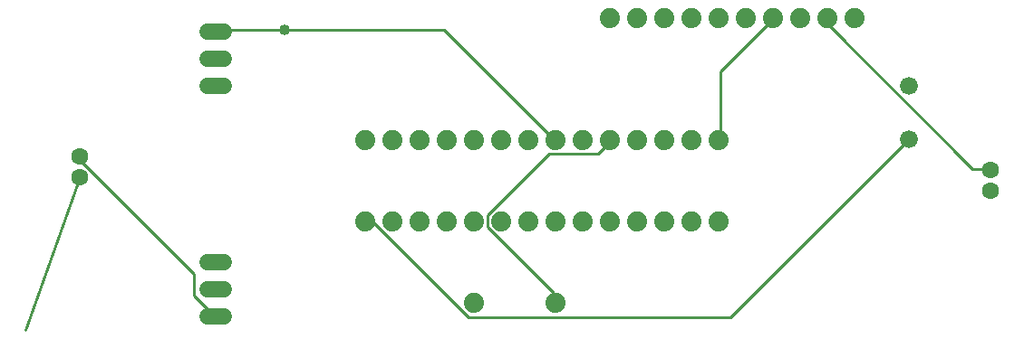
<source format=gbl>
G75*
%MOIN*%
%OFA0B0*%
%FSLAX25Y25*%
%IPPOS*%
%LPD*%
%AMOC8*
5,1,8,0,0,1.08239X$1,22.5*
%
%ADD10C,0.06299*%
%ADD11C,0.06000*%
%ADD12C,0.07400*%
%ADD13C,0.06600*%
%ADD14C,0.01000*%
%ADD15C,0.04000*%
D10*
X0046000Y0067063D03*
X0046000Y0074937D03*
X0381000Y0069937D03*
X0381000Y0062063D03*
D11*
X0099000Y0036000D02*
X0093000Y0036000D01*
X0093000Y0026000D02*
X0099000Y0026000D01*
X0099000Y0016000D02*
X0093000Y0016000D01*
X0093000Y0101000D02*
X0099000Y0101000D01*
X0099000Y0111000D02*
X0093000Y0111000D01*
X0093000Y0121000D02*
X0099000Y0121000D01*
D12*
X0151000Y0081000D03*
X0161000Y0081000D03*
X0171000Y0081000D03*
X0181000Y0081000D03*
X0191000Y0081000D03*
X0201000Y0081000D03*
X0211000Y0081000D03*
X0221000Y0081000D03*
X0231000Y0081000D03*
X0241000Y0081000D03*
X0251000Y0081000D03*
X0261000Y0081000D03*
X0271000Y0081000D03*
X0281000Y0081000D03*
X0281000Y0051000D03*
X0271000Y0051000D03*
X0261000Y0051000D03*
X0251000Y0051000D03*
X0241000Y0051000D03*
X0231000Y0051000D03*
X0221000Y0051000D03*
X0211000Y0051000D03*
X0201000Y0051000D03*
X0191000Y0051000D03*
X0181000Y0051000D03*
X0171000Y0051000D03*
X0161000Y0051000D03*
X0151000Y0051000D03*
X0191000Y0021000D03*
X0221000Y0021000D03*
X0241000Y0126000D03*
X0251000Y0126000D03*
X0261000Y0126000D03*
X0271000Y0126000D03*
X0281000Y0126000D03*
X0291000Y0126000D03*
X0301000Y0126000D03*
X0311000Y0126000D03*
X0321000Y0126000D03*
X0331000Y0126000D03*
D13*
X0351000Y0100843D03*
X0351000Y0081157D03*
D14*
X0046000Y0067063D02*
X0026000Y0011000D01*
X0088000Y0023500D02*
X0095200Y0016300D01*
X0096000Y0016000D01*
X0088000Y0023500D02*
X0088000Y0031600D01*
X0046600Y0073000D01*
X0046600Y0074800D01*
X0046000Y0074937D01*
X0096100Y0121600D02*
X0121300Y0121600D01*
X0179800Y0121600D01*
X0220300Y0081100D01*
X0221000Y0081000D01*
X0218500Y0075700D02*
X0236500Y0075700D01*
X0241000Y0080200D01*
X0241000Y0081000D01*
X0218500Y0075700D02*
X0196000Y0053200D01*
X0196000Y0048700D01*
X0220300Y0024400D01*
X0220300Y0021700D01*
X0221000Y0021000D01*
X0188800Y0015400D02*
X0285100Y0015400D01*
X0350800Y0081100D01*
X0351000Y0081157D01*
X0374200Y0070300D02*
X0380500Y0070300D01*
X0381000Y0069937D01*
X0374200Y0070300D02*
X0321100Y0123400D01*
X0321100Y0125200D01*
X0321000Y0126000D01*
X0301000Y0126000D02*
X0300400Y0125200D01*
X0281500Y0106300D01*
X0281500Y0081100D01*
X0281000Y0081000D01*
X0188800Y0015400D02*
X0153700Y0050500D01*
X0151000Y0050500D01*
X0151000Y0051000D01*
D15*
X0121300Y0121600D03*
M02*

</source>
